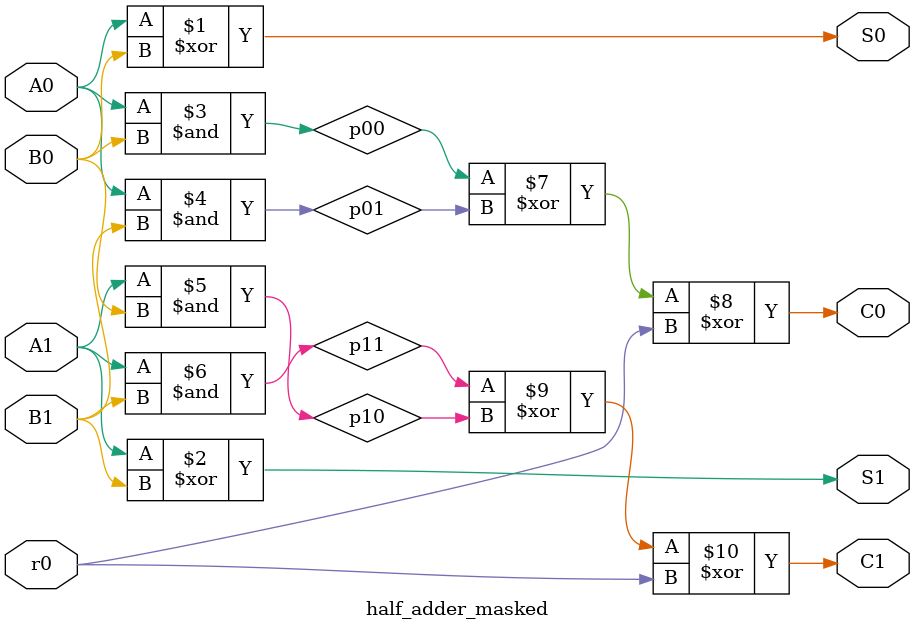
<source format=v>
module half_adder_masked (
    input  wire A0,
    input  wire A1,
    input  wire B0,
    input  wire B1,
    input  wire r0,
    output wire S0,
    output wire S1,
    output wire C0,
    output wire C1
);

    // Sum (linear)
    assign S0 = A0 ^ B0;
    assign S1 = A1 ^ B1;

    // Carry (masked AND)
    wire p00, p01, p10, p11;
    assign p00 = A0 & B0;
    assign p01 = A0 & B1;
    assign p10 = A1 & B0;
    assign p11 = A1 & B1;

    assign C0 = p00 ^ p01 ^ r0;
    assign C1 = p11 ^ p10 ^ r0;

endmodule

</source>
